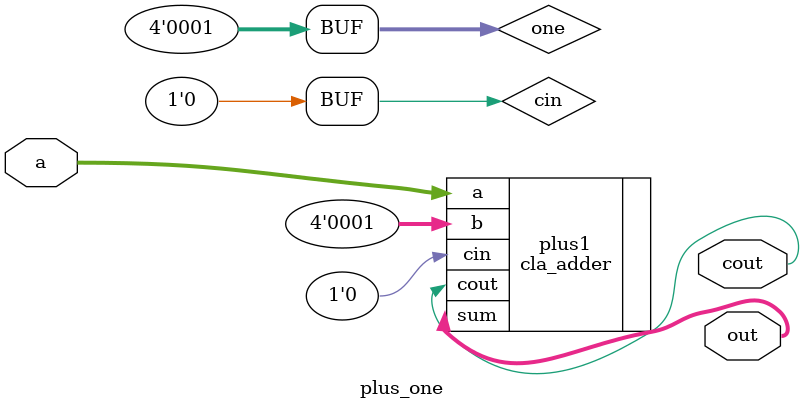
<source format=v>
`timescale 1ns / 1ps


module plus_one(
    input [3:0] a,
    output cout,
    output [3:0] out
    );
    wire [3:0] one ;
    wire cin;
    assign one = 4'b0001;
    assign cin = 0;
    
    cla_adder plus1 (.a(a),.b(one),.cin(cin), .cout(cout), .sum(out));
    
endmodule

</source>
